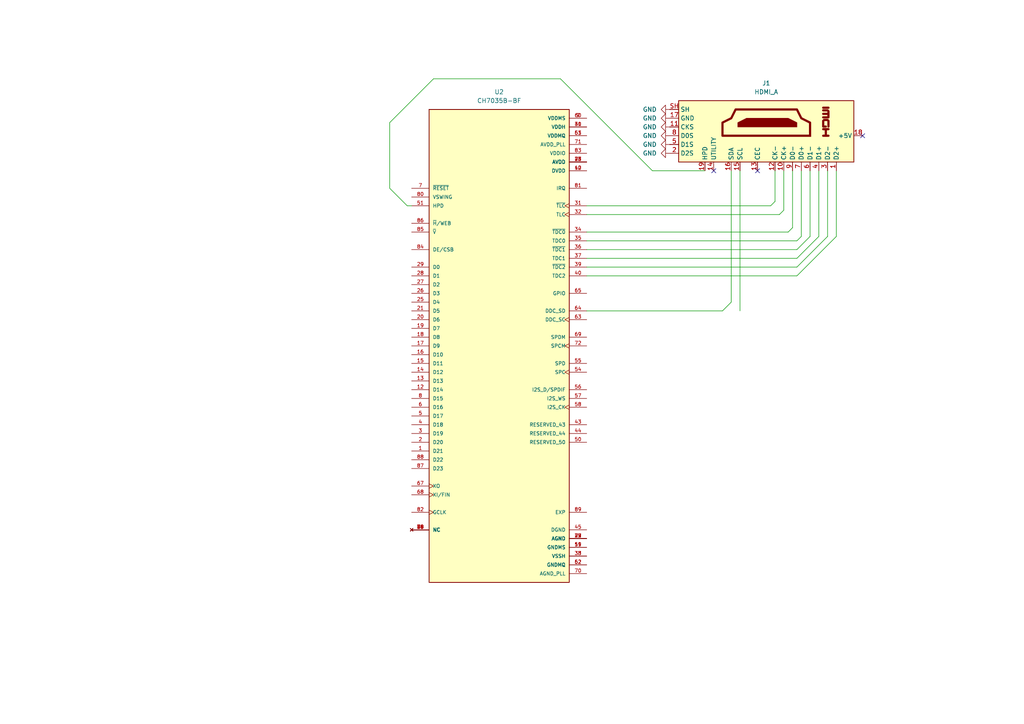
<source format=kicad_sch>
(kicad_sch
	(version 20250114)
	(generator "eeschema")
	(generator_version "9.0")
	(uuid "e33570af-c5da-4ddf-b170-06777f3fafa4")
	(paper "A4")
	(lib_symbols
		(symbol "CH7035B-BF:CH7035B-BF"
			(pin_names
				(offset 1.016)
			)
			(exclude_from_sim no)
			(in_bom yes)
			(on_board yes)
			(property "Reference" "U"
				(at -20.32 69.215 0)
				(effects
					(font
						(size 1.27 1.27)
					)
					(justify left bottom)
				)
			)
			(property "Value" "CH7035B-BF"
				(at -20.32 -71.12 0)
				(effects
					(font
						(size 1.27 1.27)
					)
					(justify left bottom)
				)
			)
			(property "Footprint" "CH7035B-BF:QFN40P1000X1000X90-89N"
				(at 0 0 0)
				(effects
					(font
						(size 1.27 1.27)
					)
					(justify bottom)
					(hide yes)
				)
			)
			(property "Datasheet" ""
				(at 0 0 0)
				(effects
					(font
						(size 1.27 1.27)
					)
					(hide yes)
				)
			)
			(property "Description" ""
				(at 0 0 0)
				(effects
					(font
						(size 1.27 1.27)
					)
					(hide yes)
				)
			)
			(property "MF" "Chrontel,Inc"
				(at 0 0 0)
				(effects
					(font
						(size 1.27 1.27)
					)
					(justify bottom)
					(hide yes)
				)
			)
			(property "MAXIMUM_PACKAGE_HEIGHT" "0.90 mm"
				(at 0 0 0)
				(effects
					(font
						(size 1.27 1.27)
					)
					(justify bottom)
					(hide yes)
				)
			)
			(property "Package" "None"
				(at 0 0 0)
				(effects
					(font
						(size 1.27 1.27)
					)
					(justify bottom)
					(hide yes)
				)
			)
			(property "Price" "None"
				(at 0 0 0)
				(effects
					(font
						(size 1.27 1.27)
					)
					(justify bottom)
					(hide yes)
				)
			)
			(property "Check_prices" "https://www.snapeda.com/parts/CH7035B-BF/Chrontel/view-part/?ref=eda"
				(at 0 0 0)
				(effects
					(font
						(size 1.27 1.27)
					)
					(justify bottom)
					(hide yes)
				)
			)
			(property "STANDARD" "IPC-7351B"
				(at 0 0 0)
				(effects
					(font
						(size 1.27 1.27)
					)
					(justify bottom)
					(hide yes)
				)
			)
			(property "PARTREV" "1.2"
				(at 0 0 0)
				(effects
					(font
						(size 1.27 1.27)
					)
					(justify bottom)
					(hide yes)
				)
			)
			(property "SnapEDA_Link" "https://www.snapeda.com/parts/CH7035B-BF/Chrontel/view-part/?ref=snap"
				(at 0 0 0)
				(effects
					(font
						(size 1.27 1.27)
					)
					(justify bottom)
					(hide yes)
				)
			)
			(property "MP" "CH7035B-BF"
				(at 0 0 0)
				(effects
					(font
						(size 1.27 1.27)
					)
					(justify bottom)
					(hide yes)
				)
			)
			(property "Description_1" "CH7035B DVI Transmitter"
				(at 0 0 0)
				(effects
					(font
						(size 1.27 1.27)
					)
					(justify bottom)
					(hide yes)
				)
			)
			(property "Availability" "In Stock"
				(at 0 0 0)
				(effects
					(font
						(size 1.27 1.27)
					)
					(justify bottom)
					(hide yes)
				)
			)
			(property "MANUFACTURER" "Chrontel"
				(at 0 0 0)
				(effects
					(font
						(size 1.27 1.27)
					)
					(justify bottom)
					(hide yes)
				)
			)
			(symbol "CH7035B-BF_0_0"
				(rectangle
					(start -20.32 -68.58)
					(end 20.32 68.58)
					(stroke
						(width 0.254)
						(type default)
					)
					(fill
						(type background)
					)
				)
				(pin input line
					(at -25.4 45.72 0)
					(length 5.08)
					(name "~{RESET}"
						(effects
							(font
								(size 1.016 1.016)
							)
						)
					)
					(number "7"
						(effects
							(font
								(size 1.016 1.016)
							)
						)
					)
				)
				(pin input line
					(at -25.4 43.18 0)
					(length 5.08)
					(name "VSWING"
						(effects
							(font
								(size 1.016 1.016)
							)
						)
					)
					(number "80"
						(effects
							(font
								(size 1.016 1.016)
							)
						)
					)
				)
				(pin input line
					(at -25.4 40.64 0)
					(length 5.08)
					(name "HPD"
						(effects
							(font
								(size 1.016 1.016)
							)
						)
					)
					(number "51"
						(effects
							(font
								(size 1.016 1.016)
							)
						)
					)
				)
				(pin bidirectional line
					(at -25.4 35.56 0)
					(length 5.08)
					(name "~{H}/WEB"
						(effects
							(font
								(size 1.016 1.016)
							)
						)
					)
					(number "86"
						(effects
							(font
								(size 1.016 1.016)
							)
						)
					)
				)
				(pin bidirectional line
					(at -25.4 33.02 0)
					(length 5.08)
					(name "~{V}"
						(effects
							(font
								(size 1.016 1.016)
							)
						)
					)
					(number "85"
						(effects
							(font
								(size 1.016 1.016)
							)
						)
					)
				)
				(pin input line
					(at -25.4 27.94 0)
					(length 5.08)
					(name "DE/CSB"
						(effects
							(font
								(size 1.016 1.016)
							)
						)
					)
					(number "84"
						(effects
							(font
								(size 1.016 1.016)
							)
						)
					)
				)
				(pin input line
					(at -25.4 22.86 0)
					(length 5.08)
					(name "D0"
						(effects
							(font
								(size 1.016 1.016)
							)
						)
					)
					(number "29"
						(effects
							(font
								(size 1.016 1.016)
							)
						)
					)
				)
				(pin input line
					(at -25.4 20.32 0)
					(length 5.08)
					(name "D1"
						(effects
							(font
								(size 1.016 1.016)
							)
						)
					)
					(number "28"
						(effects
							(font
								(size 1.016 1.016)
							)
						)
					)
				)
				(pin input line
					(at -25.4 17.78 0)
					(length 5.08)
					(name "D2"
						(effects
							(font
								(size 1.016 1.016)
							)
						)
					)
					(number "27"
						(effects
							(font
								(size 1.016 1.016)
							)
						)
					)
				)
				(pin input line
					(at -25.4 15.24 0)
					(length 5.08)
					(name "D3"
						(effects
							(font
								(size 1.016 1.016)
							)
						)
					)
					(number "26"
						(effects
							(font
								(size 1.016 1.016)
							)
						)
					)
				)
				(pin input line
					(at -25.4 12.7 0)
					(length 5.08)
					(name "D4"
						(effects
							(font
								(size 1.016 1.016)
							)
						)
					)
					(number "25"
						(effects
							(font
								(size 1.016 1.016)
							)
						)
					)
				)
				(pin input line
					(at -25.4 10.16 0)
					(length 5.08)
					(name "D5"
						(effects
							(font
								(size 1.016 1.016)
							)
						)
					)
					(number "21"
						(effects
							(font
								(size 1.016 1.016)
							)
						)
					)
				)
				(pin input line
					(at -25.4 7.62 0)
					(length 5.08)
					(name "D6"
						(effects
							(font
								(size 1.016 1.016)
							)
						)
					)
					(number "20"
						(effects
							(font
								(size 1.016 1.016)
							)
						)
					)
				)
				(pin input line
					(at -25.4 5.08 0)
					(length 5.08)
					(name "D7"
						(effects
							(font
								(size 1.016 1.016)
							)
						)
					)
					(number "19"
						(effects
							(font
								(size 1.016 1.016)
							)
						)
					)
				)
				(pin input line
					(at -25.4 2.54 0)
					(length 5.08)
					(name "D8"
						(effects
							(font
								(size 1.016 1.016)
							)
						)
					)
					(number "18"
						(effects
							(font
								(size 1.016 1.016)
							)
						)
					)
				)
				(pin input line
					(at -25.4 0 0)
					(length 5.08)
					(name "D9"
						(effects
							(font
								(size 1.016 1.016)
							)
						)
					)
					(number "17"
						(effects
							(font
								(size 1.016 1.016)
							)
						)
					)
				)
				(pin input line
					(at -25.4 -2.54 0)
					(length 5.08)
					(name "D10"
						(effects
							(font
								(size 1.016 1.016)
							)
						)
					)
					(number "16"
						(effects
							(font
								(size 1.016 1.016)
							)
						)
					)
				)
				(pin input line
					(at -25.4 -5.08 0)
					(length 5.08)
					(name "D11"
						(effects
							(font
								(size 1.016 1.016)
							)
						)
					)
					(number "15"
						(effects
							(font
								(size 1.016 1.016)
							)
						)
					)
				)
				(pin input line
					(at -25.4 -7.62 0)
					(length 5.08)
					(name "D12"
						(effects
							(font
								(size 1.016 1.016)
							)
						)
					)
					(number "14"
						(effects
							(font
								(size 1.016 1.016)
							)
						)
					)
				)
				(pin input line
					(at -25.4 -10.16 0)
					(length 5.08)
					(name "D13"
						(effects
							(font
								(size 1.016 1.016)
							)
						)
					)
					(number "13"
						(effects
							(font
								(size 1.016 1.016)
							)
						)
					)
				)
				(pin input line
					(at -25.4 -12.7 0)
					(length 5.08)
					(name "D14"
						(effects
							(font
								(size 1.016 1.016)
							)
						)
					)
					(number "12"
						(effects
							(font
								(size 1.016 1.016)
							)
						)
					)
				)
				(pin input line
					(at -25.4 -15.24 0)
					(length 5.08)
					(name "D15"
						(effects
							(font
								(size 1.016 1.016)
							)
						)
					)
					(number "8"
						(effects
							(font
								(size 1.016 1.016)
							)
						)
					)
				)
				(pin input line
					(at -25.4 -17.78 0)
					(length 5.08)
					(name "D16"
						(effects
							(font
								(size 1.016 1.016)
							)
						)
					)
					(number "6"
						(effects
							(font
								(size 1.016 1.016)
							)
						)
					)
				)
				(pin input line
					(at -25.4 -20.32 0)
					(length 5.08)
					(name "D17"
						(effects
							(font
								(size 1.016 1.016)
							)
						)
					)
					(number "5"
						(effects
							(font
								(size 1.016 1.016)
							)
						)
					)
				)
				(pin input line
					(at -25.4 -22.86 0)
					(length 5.08)
					(name "D18"
						(effects
							(font
								(size 1.016 1.016)
							)
						)
					)
					(number "4"
						(effects
							(font
								(size 1.016 1.016)
							)
						)
					)
				)
				(pin input line
					(at -25.4 -25.4 0)
					(length 5.08)
					(name "D19"
						(effects
							(font
								(size 1.016 1.016)
							)
						)
					)
					(number "3"
						(effects
							(font
								(size 1.016 1.016)
							)
						)
					)
				)
				(pin input line
					(at -25.4 -27.94 0)
					(length 5.08)
					(name "D20"
						(effects
							(font
								(size 1.016 1.016)
							)
						)
					)
					(number "2"
						(effects
							(font
								(size 1.016 1.016)
							)
						)
					)
				)
				(pin input line
					(at -25.4 -30.48 0)
					(length 5.08)
					(name "D21"
						(effects
							(font
								(size 1.016 1.016)
							)
						)
					)
					(number "1"
						(effects
							(font
								(size 1.016 1.016)
							)
						)
					)
				)
				(pin input line
					(at -25.4 -33.02 0)
					(length 5.08)
					(name "D22"
						(effects
							(font
								(size 1.016 1.016)
							)
						)
					)
					(number "88"
						(effects
							(font
								(size 1.016 1.016)
							)
						)
					)
				)
				(pin input line
					(at -25.4 -35.56 0)
					(length 5.08)
					(name "D23"
						(effects
							(font
								(size 1.016 1.016)
							)
						)
					)
					(number "87"
						(effects
							(font
								(size 1.016 1.016)
							)
						)
					)
				)
				(pin output clock
					(at -25.4 -40.64 0)
					(length 5.08)
					(name "XO"
						(effects
							(font
								(size 1.016 1.016)
							)
						)
					)
					(number "67"
						(effects
							(font
								(size 1.016 1.016)
							)
						)
					)
				)
				(pin input clock
					(at -25.4 -43.18 0)
					(length 5.08)
					(name "XI/FIN"
						(effects
							(font
								(size 1.016 1.016)
							)
						)
					)
					(number "68"
						(effects
							(font
								(size 1.016 1.016)
							)
						)
					)
				)
				(pin input clock
					(at -25.4 -48.26 0)
					(length 5.08)
					(name "GCLK"
						(effects
							(font
								(size 1.016 1.016)
							)
						)
					)
					(number "82"
						(effects
							(font
								(size 1.016 1.016)
							)
						)
					)
				)
				(pin no_connect line
					(at -25.4 -53.34 0)
					(length 5.08)
					(name "NC"
						(effects
							(font
								(size 1.016 1.016)
							)
						)
					)
					(number "24"
						(effects
							(font
								(size 1.016 1.016)
							)
						)
					)
				)
				(pin no_connect line
					(at -25.4 -53.34 0)
					(length 5.08)
					(name "NC"
						(effects
							(font
								(size 1.016 1.016)
							)
						)
					)
					(number "48"
						(effects
							(font
								(size 1.016 1.016)
							)
						)
					)
				)
				(pin no_connect line
					(at -25.4 -53.34 0)
					(length 5.08)
					(name "NC"
						(effects
							(font
								(size 1.016 1.016)
							)
						)
					)
					(number "49"
						(effects
							(font
								(size 1.016 1.016)
							)
						)
					)
				)
				(pin no_connect line
					(at -25.4 -53.34 0)
					(length 5.08)
					(name "NC"
						(effects
							(font
								(size 1.016 1.016)
							)
						)
					)
					(number "66"
						(effects
							(font
								(size 1.016 1.016)
							)
						)
					)
				)
				(pin no_connect line
					(at -25.4 -53.34 0)
					(length 5.08)
					(name "NC"
						(effects
							(font
								(size 1.016 1.016)
							)
						)
					)
					(number "74"
						(effects
							(font
								(size 1.016 1.016)
							)
						)
					)
				)
				(pin no_connect line
					(at -25.4 -53.34 0)
					(length 5.08)
					(name "NC"
						(effects
							(font
								(size 1.016 1.016)
							)
						)
					)
					(number "76"
						(effects
							(font
								(size 1.016 1.016)
							)
						)
					)
				)
				(pin no_connect line
					(at -25.4 -53.34 0)
					(length 5.08)
					(name "NC"
						(effects
							(font
								(size 1.016 1.016)
							)
						)
					)
					(number "78"
						(effects
							(font
								(size 1.016 1.016)
							)
						)
					)
				)
				(pin power_in line
					(at 25.4 66.04 180)
					(length 5.08)
					(name "VDDMS"
						(effects
							(font
								(size 1.016 1.016)
							)
						)
					)
					(number "60"
						(effects
							(font
								(size 1.016 1.016)
							)
						)
					)
				)
				(pin power_in line
					(at 25.4 66.04 180)
					(length 5.08)
					(name "VDDMS"
						(effects
							(font
								(size 1.016 1.016)
							)
						)
					)
					(number "9"
						(effects
							(font
								(size 1.016 1.016)
							)
						)
					)
				)
				(pin power_in line
					(at 25.4 63.5 180)
					(length 5.08)
					(name "VDDH"
						(effects
							(font
								(size 1.016 1.016)
							)
						)
					)
					(number "30"
						(effects
							(font
								(size 1.016 1.016)
							)
						)
					)
				)
				(pin power_in line
					(at 25.4 63.5 180)
					(length 5.08)
					(name "VDDH"
						(effects
							(font
								(size 1.016 1.016)
							)
						)
					)
					(number "41"
						(effects
							(font
								(size 1.016 1.016)
							)
						)
					)
				)
				(pin power_in line
					(at 25.4 60.96 180)
					(length 5.08)
					(name "VDDMQ"
						(effects
							(font
								(size 1.016 1.016)
							)
						)
					)
					(number "53"
						(effects
							(font
								(size 1.016 1.016)
							)
						)
					)
				)
				(pin power_in line
					(at 25.4 60.96 180)
					(length 5.08)
					(name "VDDMQ"
						(effects
							(font
								(size 1.016 1.016)
							)
						)
					)
					(number "61"
						(effects
							(font
								(size 1.016 1.016)
							)
						)
					)
				)
				(pin power_in line
					(at 25.4 58.42 180)
					(length 5.08)
					(name "AVDD_PLL"
						(effects
							(font
								(size 1.016 1.016)
							)
						)
					)
					(number "71"
						(effects
							(font
								(size 1.016 1.016)
							)
						)
					)
				)
				(pin power_in line
					(at 25.4 55.88 180)
					(length 5.08)
					(name "VDDIO"
						(effects
							(font
								(size 1.016 1.016)
							)
						)
					)
					(number "83"
						(effects
							(font
								(size 1.016 1.016)
							)
						)
					)
				)
				(pin power_in line
					(at 25.4 53.34 180)
					(length 5.08)
					(name "AVDD"
						(effects
							(font
								(size 1.016 1.016)
							)
						)
					)
					(number "23"
						(effects
							(font
								(size 1.016 1.016)
							)
						)
					)
				)
				(pin power_in line
					(at 25.4 53.34 180)
					(length 5.08)
					(name "AVDD"
						(effects
							(font
								(size 1.016 1.016)
							)
						)
					)
					(number "46"
						(effects
							(font
								(size 1.016 1.016)
							)
						)
					)
				)
				(pin power_in line
					(at 25.4 53.34 180)
					(length 5.08)
					(name "AVDD"
						(effects
							(font
								(size 1.016 1.016)
							)
						)
					)
					(number "73"
						(effects
							(font
								(size 1.016 1.016)
							)
						)
					)
				)
				(pin power_in line
					(at 25.4 53.34 180)
					(length 5.08)
					(name "AVDD"
						(effects
							(font
								(size 1.016 1.016)
							)
						)
					)
					(number "77"
						(effects
							(font
								(size 1.016 1.016)
							)
						)
					)
				)
				(pin power_in line
					(at 25.4 50.8 180)
					(length 5.08)
					(name "DVDD"
						(effects
							(font
								(size 1.016 1.016)
							)
						)
					)
					(number "10"
						(effects
							(font
								(size 1.016 1.016)
							)
						)
					)
				)
				(pin power_in line
					(at 25.4 50.8 180)
					(length 5.08)
					(name "DVDD"
						(effects
							(font
								(size 1.016 1.016)
							)
						)
					)
					(number "42"
						(effects
							(font
								(size 1.016 1.016)
							)
						)
					)
				)
				(pin output line
					(at 25.4 45.72 180)
					(length 5.08)
					(name "IRQ"
						(effects
							(font
								(size 1.016 1.016)
							)
						)
					)
					(number "81"
						(effects
							(font
								(size 1.016 1.016)
							)
						)
					)
				)
				(pin output clock
					(at 25.4 40.64 180)
					(length 5.08)
					(name "~{TLC}"
						(effects
							(font
								(size 1.016 1.016)
							)
						)
					)
					(number "31"
						(effects
							(font
								(size 1.016 1.016)
							)
						)
					)
				)
				(pin output clock
					(at 25.4 38.1 180)
					(length 5.08)
					(name "TLC"
						(effects
							(font
								(size 1.016 1.016)
							)
						)
					)
					(number "32"
						(effects
							(font
								(size 1.016 1.016)
							)
						)
					)
				)
				(pin output line
					(at 25.4 33.02 180)
					(length 5.08)
					(name "~{TDC0}"
						(effects
							(font
								(size 1.016 1.016)
							)
						)
					)
					(number "34"
						(effects
							(font
								(size 1.016 1.016)
							)
						)
					)
				)
				(pin output line
					(at 25.4 30.48 180)
					(length 5.08)
					(name "TDC0"
						(effects
							(font
								(size 1.016 1.016)
							)
						)
					)
					(number "35"
						(effects
							(font
								(size 1.016 1.016)
							)
						)
					)
				)
				(pin output line
					(at 25.4 27.94 180)
					(length 5.08)
					(name "~{TDC1}"
						(effects
							(font
								(size 1.016 1.016)
							)
						)
					)
					(number "36"
						(effects
							(font
								(size 1.016 1.016)
							)
						)
					)
				)
				(pin output line
					(at 25.4 25.4 180)
					(length 5.08)
					(name "TDC1"
						(effects
							(font
								(size 1.016 1.016)
							)
						)
					)
					(number "37"
						(effects
							(font
								(size 1.016 1.016)
							)
						)
					)
				)
				(pin output line
					(at 25.4 22.86 180)
					(length 5.08)
					(name "~{TDC2}"
						(effects
							(font
								(size 1.016 1.016)
							)
						)
					)
					(number "39"
						(effects
							(font
								(size 1.016 1.016)
							)
						)
					)
				)
				(pin output line
					(at 25.4 20.32 180)
					(length 5.08)
					(name "TDC2"
						(effects
							(font
								(size 1.016 1.016)
							)
						)
					)
					(number "40"
						(effects
							(font
								(size 1.016 1.016)
							)
						)
					)
				)
				(pin bidirectional line
					(at 25.4 15.24 180)
					(length 5.08)
					(name "GPIO"
						(effects
							(font
								(size 1.016 1.016)
							)
						)
					)
					(number "65"
						(effects
							(font
								(size 1.016 1.016)
							)
						)
					)
				)
				(pin bidirectional line
					(at 25.4 10.16 180)
					(length 5.08)
					(name "DDC_SD"
						(effects
							(font
								(size 1.016 1.016)
							)
						)
					)
					(number "64"
						(effects
							(font
								(size 1.016 1.016)
							)
						)
					)
				)
				(pin output clock
					(at 25.4 7.62 180)
					(length 5.08)
					(name "DDC_SC"
						(effects
							(font
								(size 1.016 1.016)
							)
						)
					)
					(number "63"
						(effects
							(font
								(size 1.016 1.016)
							)
						)
					)
				)
				(pin bidirectional line
					(at 25.4 2.54 180)
					(length 5.08)
					(name "SPDM"
						(effects
							(font
								(size 1.016 1.016)
							)
						)
					)
					(number "69"
						(effects
							(font
								(size 1.016 1.016)
							)
						)
					)
				)
				(pin output clock
					(at 25.4 0 180)
					(length 5.08)
					(name "SPCM"
						(effects
							(font
								(size 1.016 1.016)
							)
						)
					)
					(number "72"
						(effects
							(font
								(size 1.016 1.016)
							)
						)
					)
				)
				(pin bidirectional line
					(at 25.4 -5.08 180)
					(length 5.08)
					(name "SPD"
						(effects
							(font
								(size 1.016 1.016)
							)
						)
					)
					(number "55"
						(effects
							(font
								(size 1.016 1.016)
							)
						)
					)
				)
				(pin input clock
					(at 25.4 -7.62 180)
					(length 5.08)
					(name "SPC"
						(effects
							(font
								(size 1.016 1.016)
							)
						)
					)
					(number "54"
						(effects
							(font
								(size 1.016 1.016)
							)
						)
					)
				)
				(pin input line
					(at 25.4 -12.7 180)
					(length 5.08)
					(name "I2S_D/SPDIF"
						(effects
							(font
								(size 1.016 1.016)
							)
						)
					)
					(number "56"
						(effects
							(font
								(size 1.016 1.016)
							)
						)
					)
				)
				(pin input line
					(at 25.4 -15.24 180)
					(length 5.08)
					(name "I2S_WS"
						(effects
							(font
								(size 1.016 1.016)
							)
						)
					)
					(number "57"
						(effects
							(font
								(size 1.016 1.016)
							)
						)
					)
				)
				(pin input clock
					(at 25.4 -17.78 180)
					(length 5.08)
					(name "I2S_CK"
						(effects
							(font
								(size 1.016 1.016)
							)
						)
					)
					(number "58"
						(effects
							(font
								(size 1.016 1.016)
							)
						)
					)
				)
				(pin passive line
					(at 25.4 -22.86 180)
					(length 5.08)
					(name "RESERVED_43"
						(effects
							(font
								(size 1.016 1.016)
							)
						)
					)
					(number "43"
						(effects
							(font
								(size 1.016 1.016)
							)
						)
					)
				)
				(pin passive line
					(at 25.4 -25.4 180)
					(length 5.08)
					(name "RESERVED_44"
						(effects
							(font
								(size 1.016 1.016)
							)
						)
					)
					(number "44"
						(effects
							(font
								(size 1.016 1.016)
							)
						)
					)
				)
				(pin passive line
					(at 25.4 -27.94 180)
					(length 5.08)
					(name "RESERVED_50"
						(effects
							(font
								(size 1.016 1.016)
							)
						)
					)
					(number "50"
						(effects
							(font
								(size 1.016 1.016)
							)
						)
					)
				)
				(pin passive line
					(at 25.4 -48.26 180)
					(length 5.08)
					(name "EXP"
						(effects
							(font
								(size 1.016 1.016)
							)
						)
					)
					(number "89"
						(effects
							(font
								(size 1.016 1.016)
							)
						)
					)
				)
				(pin power_in line
					(at 25.4 -53.34 180)
					(length 5.08)
					(name "DGND"
						(effects
							(font
								(size 1.016 1.016)
							)
						)
					)
					(number "45"
						(effects
							(font
								(size 1.016 1.016)
							)
						)
					)
				)
				(pin power_in line
					(at 25.4 -55.88 180)
					(length 5.08)
					(name "AGND"
						(effects
							(font
								(size 1.016 1.016)
							)
						)
					)
					(number "22"
						(effects
							(font
								(size 1.016 1.016)
							)
						)
					)
				)
				(pin power_in line
					(at 25.4 -55.88 180)
					(length 5.08)
					(name "AGND"
						(effects
							(font
								(size 1.016 1.016)
							)
						)
					)
					(number "47"
						(effects
							(font
								(size 1.016 1.016)
							)
						)
					)
				)
				(pin power_in line
					(at 25.4 -55.88 180)
					(length 5.08)
					(name "AGND"
						(effects
							(font
								(size 1.016 1.016)
							)
						)
					)
					(number "75"
						(effects
							(font
								(size 1.016 1.016)
							)
						)
					)
				)
				(pin power_in line
					(at 25.4 -55.88 180)
					(length 5.08)
					(name "AGND"
						(effects
							(font
								(size 1.016 1.016)
							)
						)
					)
					(number "79"
						(effects
							(font
								(size 1.016 1.016)
							)
						)
					)
				)
				(pin power_in line
					(at 25.4 -58.42 180)
					(length 5.08)
					(name "GNDMS"
						(effects
							(font
								(size 1.016 1.016)
							)
						)
					)
					(number "11"
						(effects
							(font
								(size 1.016 1.016)
							)
						)
					)
				)
				(pin power_in line
					(at 25.4 -58.42 180)
					(length 5.08)
					(name "GNDMS"
						(effects
							(font
								(size 1.016 1.016)
							)
						)
					)
					(number "59"
						(effects
							(font
								(size 1.016 1.016)
							)
						)
					)
				)
				(pin power_in line
					(at 25.4 -60.96 180)
					(length 5.08)
					(name "VSSH"
						(effects
							(font
								(size 1.016 1.016)
							)
						)
					)
					(number "33"
						(effects
							(font
								(size 1.016 1.016)
							)
						)
					)
				)
				(pin power_in line
					(at 25.4 -60.96 180)
					(length 5.08)
					(name "VSSH"
						(effects
							(font
								(size 1.016 1.016)
							)
						)
					)
					(number "38"
						(effects
							(font
								(size 1.016 1.016)
							)
						)
					)
				)
				(pin power_in line
					(at 25.4 -63.5 180)
					(length 5.08)
					(name "GNDMQ"
						(effects
							(font
								(size 1.016 1.016)
							)
						)
					)
					(number "52"
						(effects
							(font
								(size 1.016 1.016)
							)
						)
					)
				)
				(pin power_in line
					(at 25.4 -63.5 180)
					(length 5.08)
					(name "GNDMQ"
						(effects
							(font
								(size 1.016 1.016)
							)
						)
					)
					(number "62"
						(effects
							(font
								(size 1.016 1.016)
							)
						)
					)
				)
				(pin power_in line
					(at 25.4 -66.04 180)
					(length 5.08)
					(name "AGND_PLL"
						(effects
							(font
								(size 1.016 1.016)
							)
						)
					)
					(number "70"
						(effects
							(font
								(size 1.016 1.016)
							)
						)
					)
				)
			)
			(embedded_fonts no)
		)
		(symbol "Connector:HDMI_A"
			(exclude_from_sim no)
			(in_bom yes)
			(on_board yes)
			(property "Reference" "J"
				(at -6.35 26.67 0)
				(effects
					(font
						(size 1.27 1.27)
					)
				)
			)
			(property "Value" "HDMI_A"
				(at 10.16 26.67 0)
				(effects
					(font
						(size 1.27 1.27)
					)
				)
			)
			(property "Footprint" ""
				(at 0.635 0 0)
				(effects
					(font
						(size 1.27 1.27)
					)
					(hide yes)
				)
			)
			(property "Datasheet" "https://en.wikipedia.org/wiki/HDMI"
				(at 0.635 0 0)
				(effects
					(font
						(size 1.27 1.27)
					)
					(hide yes)
				)
			)
			(property "Description" "HDMI type A connector"
				(at 0 0 0)
				(effects
					(font
						(size 1.27 1.27)
					)
					(hide yes)
				)
			)
			(property "ki_keywords" "hdmi conn"
				(at 0 0 0)
				(effects
					(font
						(size 1.27 1.27)
					)
					(hide yes)
				)
			)
			(property "ki_fp_filters" "HDMI*A*"
				(at 0 0 0)
				(effects
					(font
						(size 1.27 1.27)
					)
					(hide yes)
				)
			)
			(symbol "HDMI_A_0_0"
				(polyline
					(pts
						(xy 0 16.51) (xy 0 18.034) (xy 0 17.272) (xy 1.905 17.272) (xy 1.905 18.034) (xy 1.905 16.51)
					)
					(stroke
						(width 0.635)
						(type default)
					)
					(fill
						(type none)
					)
				)
				(polyline
					(pts
						(xy 2.667 18.034) (xy 4.318 18.034) (xy 4.572 17.78) (xy 4.572 16.764) (xy 4.318 16.51) (xy 2.667 16.51)
						(xy 2.667 17.272)
					)
					(stroke
						(width 0.635)
						(type default)
					)
					(fill
						(type none)
					)
				)
				(polyline
					(pts
						(xy 8.128 16.51) (xy 8.128 18.034)
					)
					(stroke
						(width 0.635)
						(type default)
					)
					(fill
						(type none)
					)
				)
			)
			(symbol "HDMI_A_0_1"
				(rectangle
					(start -7.62 25.4)
					(end 10.16 -25.4)
					(stroke
						(width 0.254)
						(type default)
					)
					(fill
						(type background)
					)
				)
				(polyline
					(pts
						(xy 0 12.7) (xy 0 -12.7) (xy 3.81 -12.7) (xy 5.08 -10.16) (xy 7.62 -8.89) (xy 7.62 8.89) (xy 5.08 10.16)
						(xy 3.81 12.7) (xy 0 12.7)
					)
					(stroke
						(width 0.635)
						(type default)
					)
					(fill
						(type none)
					)
				)
				(polyline
					(pts
						(xy 2.54 8.89) (xy 3.81 8.89) (xy 5.08 6.35) (xy 5.08 -5.715) (xy 3.81 -8.255) (xy 2.54 -8.255)
						(xy 2.54 8.89)
					)
					(stroke
						(width 0)
						(type default)
					)
					(fill
						(type outline)
					)
				)
				(polyline
					(pts
						(xy 5.334 16.51) (xy 5.334 18.034) (xy 6.35 18.034) (xy 6.35 16.51) (xy 6.35 18.034) (xy 7.112 18.034)
						(xy 7.366 17.78) (xy 7.366 16.51)
					)
					(stroke
						(width 0.635)
						(type default)
					)
					(fill
						(type none)
					)
				)
			)
			(symbol "HDMI_A_1_1"
				(pin passive line
					(at -10.16 20.32 0)
					(length 2.54)
					(name "D2+"
						(effects
							(font
								(size 1.27 1.27)
							)
						)
					)
					(number "1"
						(effects
							(font
								(size 1.27 1.27)
							)
						)
					)
				)
				(pin passive line
					(at -10.16 17.78 0)
					(length 2.54)
					(name "D2-"
						(effects
							(font
								(size 1.27 1.27)
							)
						)
					)
					(number "3"
						(effects
							(font
								(size 1.27 1.27)
							)
						)
					)
				)
				(pin passive line
					(at -10.16 15.24 0)
					(length 2.54)
					(name "D1+"
						(effects
							(font
								(size 1.27 1.27)
							)
						)
					)
					(number "4"
						(effects
							(font
								(size 1.27 1.27)
							)
						)
					)
				)
				(pin passive line
					(at -10.16 12.7 0)
					(length 2.54)
					(name "D1-"
						(effects
							(font
								(size 1.27 1.27)
							)
						)
					)
					(number "6"
						(effects
							(font
								(size 1.27 1.27)
							)
						)
					)
				)
				(pin passive line
					(at -10.16 10.16 0)
					(length 2.54)
					(name "D0+"
						(effects
							(font
								(size 1.27 1.27)
							)
						)
					)
					(number "7"
						(effects
							(font
								(size 1.27 1.27)
							)
						)
					)
				)
				(pin passive line
					(at -10.16 7.62 0)
					(length 2.54)
					(name "D0-"
						(effects
							(font
								(size 1.27 1.27)
							)
						)
					)
					(number "9"
						(effects
							(font
								(size 1.27 1.27)
							)
						)
					)
				)
				(pin passive line
					(at -10.16 5.08 0)
					(length 2.54)
					(name "CK+"
						(effects
							(font
								(size 1.27 1.27)
							)
						)
					)
					(number "10"
						(effects
							(font
								(size 1.27 1.27)
							)
						)
					)
				)
				(pin passive line
					(at -10.16 2.54 0)
					(length 2.54)
					(name "CK-"
						(effects
							(font
								(size 1.27 1.27)
							)
						)
					)
					(number "12"
						(effects
							(font
								(size 1.27 1.27)
							)
						)
					)
				)
				(pin bidirectional line
					(at -10.16 -2.54 0)
					(length 2.54)
					(name "CEC"
						(effects
							(font
								(size 1.27 1.27)
							)
						)
					)
					(number "13"
						(effects
							(font
								(size 1.27 1.27)
							)
						)
					)
				)
				(pin passive line
					(at -10.16 -7.62 0)
					(length 2.54)
					(name "SCL"
						(effects
							(font
								(size 1.27 1.27)
							)
						)
					)
					(number "15"
						(effects
							(font
								(size 1.27 1.27)
							)
						)
					)
				)
				(pin bidirectional line
					(at -10.16 -10.16 0)
					(length 2.54)
					(name "SDA"
						(effects
							(font
								(size 1.27 1.27)
							)
						)
					)
					(number "16"
						(effects
							(font
								(size 1.27 1.27)
							)
						)
					)
				)
				(pin passive line
					(at -10.16 -15.24 0)
					(length 2.54)
					(name "UTILITY"
						(effects
							(font
								(size 1.27 1.27)
							)
						)
					)
					(number "14"
						(effects
							(font
								(size 1.27 1.27)
							)
						)
					)
				)
				(pin passive line
					(at -10.16 -17.78 0)
					(length 2.54)
					(name "HPD"
						(effects
							(font
								(size 1.27 1.27)
							)
						)
					)
					(number "19"
						(effects
							(font
								(size 1.27 1.27)
							)
						)
					)
				)
				(pin power_in line
					(at -5.08 -27.94 90)
					(length 2.54)
					(name "D2S"
						(effects
							(font
								(size 1.27 1.27)
							)
						)
					)
					(number "2"
						(effects
							(font
								(size 1.27 1.27)
							)
						)
					)
				)
				(pin power_in line
					(at -2.54 -27.94 90)
					(length 2.54)
					(name "D1S"
						(effects
							(font
								(size 1.27 1.27)
							)
						)
					)
					(number "5"
						(effects
							(font
								(size 1.27 1.27)
							)
						)
					)
				)
				(pin power_in line
					(at 0 27.94 270)
					(length 2.54)
					(name "+5V"
						(effects
							(font
								(size 1.27 1.27)
							)
						)
					)
					(number "18"
						(effects
							(font
								(size 1.27 1.27)
							)
						)
					)
				)
				(pin power_in line
					(at 0 -27.94 90)
					(length 2.54)
					(name "D0S"
						(effects
							(font
								(size 1.27 1.27)
							)
						)
					)
					(number "8"
						(effects
							(font
								(size 1.27 1.27)
							)
						)
					)
				)
				(pin power_in line
					(at 2.54 -27.94 90)
					(length 2.54)
					(name "CKS"
						(effects
							(font
								(size 1.27 1.27)
							)
						)
					)
					(number "11"
						(effects
							(font
								(size 1.27 1.27)
							)
						)
					)
				)
				(pin power_in line
					(at 5.08 -27.94 90)
					(length 2.54)
					(name "GND"
						(effects
							(font
								(size 1.27 1.27)
							)
						)
					)
					(number "17"
						(effects
							(font
								(size 1.27 1.27)
							)
						)
					)
				)
				(pin passive line
					(at 7.62 -27.94 90)
					(length 2.54)
					(name "SH"
						(effects
							(font
								(size 1.27 1.27)
							)
						)
					)
					(number "SH"
						(effects
							(font
								(size 1.27 1.27)
							)
						)
					)
				)
			)
			(embedded_fonts no)
		)
		(symbol "power:GND"
			(power)
			(pin_numbers
				(hide yes)
			)
			(pin_names
				(offset 0)
				(hide yes)
			)
			(exclude_from_sim no)
			(in_bom yes)
			(on_board yes)
			(property "Reference" "#PWR"
				(at 0 -6.35 0)
				(effects
					(font
						(size 1.27 1.27)
					)
					(hide yes)
				)
			)
			(property "Value" "GND"
				(at 0 -3.81 0)
				(effects
					(font
						(size 1.27 1.27)
					)
				)
			)
			(property "Footprint" ""
				(at 0 0 0)
				(effects
					(font
						(size 1.27 1.27)
					)
					(hide yes)
				)
			)
			(property "Datasheet" ""
				(at 0 0 0)
				(effects
					(font
						(size 1.27 1.27)
					)
					(hide yes)
				)
			)
			(property "Description" "Power symbol creates a global label with name \"GND\" , ground"
				(at 0 0 0)
				(effects
					(font
						(size 1.27 1.27)
					)
					(hide yes)
				)
			)
			(property "ki_keywords" "global power"
				(at 0 0 0)
				(effects
					(font
						(size 1.27 1.27)
					)
					(hide yes)
				)
			)
			(symbol "GND_0_1"
				(polyline
					(pts
						(xy 0 0) (xy 0 -1.27) (xy 1.27 -1.27) (xy 0 -2.54) (xy -1.27 -1.27) (xy 0 -1.27)
					)
					(stroke
						(width 0)
						(type default)
					)
					(fill
						(type none)
					)
				)
			)
			(symbol "GND_1_1"
				(pin power_in line
					(at 0 0 270)
					(length 0)
					(name "~"
						(effects
							(font
								(size 1.27 1.27)
							)
						)
					)
					(number "1"
						(effects
							(font
								(size 1.27 1.27)
							)
						)
					)
				)
			)
			(embedded_fonts no)
		)
	)
	(no_connect
		(at 250.19 39.37)
		(uuid "4daa269b-88e3-4a99-8a9f-2c22bb461c0e")
	)
	(no_connect
		(at 219.71 49.53)
		(uuid "974ab85a-04f2-4f4c-81c8-4390cd04c048")
	)
	(no_connect
		(at 207.01 49.53)
		(uuid "b3e6dd7a-c159-47c8-858e-d4ebcf283fb0")
	)
	(wire
		(pts
			(xy 170.18 59.69) (xy 223.52 59.69)
		)
		(stroke
			(width 0)
			(type default)
		)
		(uuid "081da88e-c6c7-4451-8d0a-ef5cbc9ee6cf")
	)
	(wire
		(pts
			(xy 212.09 49.53) (xy 212.09 87.63)
		)
		(stroke
			(width 0)
			(type default)
		)
		(uuid "0b59c2a2-8c4e-4489-abd1-61da6f22a2dd")
	)
	(wire
		(pts
			(xy 227.33 60.96) (xy 226.06 62.23)
		)
		(stroke
			(width 0)
			(type default)
		)
		(uuid "23d05137-770c-4d7f-92cd-d6c9596ac9e4")
	)
	(wire
		(pts
			(xy 170.18 80.01) (xy 231.14 80.01)
		)
		(stroke
			(width 0)
			(type default)
		)
		(uuid "31c5d268-5af1-4113-a283-38a204ebdaa1")
	)
	(wire
		(pts
			(xy 242.57 49.53) (xy 242.57 68.58)
		)
		(stroke
			(width 0)
			(type default)
		)
		(uuid "31ecea91-84db-477d-a5cc-5842130f89df")
	)
	(wire
		(pts
			(xy 189.23 49.53) (xy 204.47 49.53)
		)
		(stroke
			(width 0)
			(type default)
		)
		(uuid "389796a3-a428-4cb2-a403-749e5baf5a6f")
	)
	(wire
		(pts
			(xy 170.18 77.47) (xy 231.14 77.47)
		)
		(stroke
			(width 0)
			(type default)
		)
		(uuid "39905b38-5a8f-4102-ae7c-f345f2654dbb")
	)
	(wire
		(pts
			(xy 170.18 72.39) (xy 231.14 72.39)
		)
		(stroke
			(width 0)
			(type default)
		)
		(uuid "3f8d4db5-2d1d-49fb-a242-36585603cc03")
	)
	(wire
		(pts
			(xy 170.18 90.17) (xy 209.55 90.17)
		)
		(stroke
			(width 0)
			(type default)
		)
		(uuid "406530aa-c1c0-4236-a895-1d708257f8c5")
	)
	(wire
		(pts
			(xy 232.41 68.58) (xy 231.14 69.85)
		)
		(stroke
			(width 0)
			(type default)
		)
		(uuid "575ed3ad-2310-40db-9837-04e57e1e612d")
	)
	(wire
		(pts
			(xy 170.18 69.85) (xy 231.14 69.85)
		)
		(stroke
			(width 0)
			(type default)
		)
		(uuid "5c358474-6be3-496e-83d2-82d8bd08c087")
	)
	(wire
		(pts
			(xy 232.41 49.53) (xy 232.41 68.58)
		)
		(stroke
			(width 0)
			(type default)
		)
		(uuid "5c917a75-9179-4ba0-9ca8-2667945d4bd5")
	)
	(wire
		(pts
			(xy 229.87 66.04) (xy 228.6 67.31)
		)
		(stroke
			(width 0)
			(type default)
		)
		(uuid "6360aa14-0541-4ce7-933f-493074a6a497")
	)
	(wire
		(pts
			(xy 113.03 35.56) (xy 125.73 22.86)
		)
		(stroke
			(width 0)
			(type default)
		)
		(uuid "6e46300b-b97d-4765-8a97-bf2161ae8af1")
	)
	(wire
		(pts
			(xy 125.73 22.86) (xy 162.56 22.86)
		)
		(stroke
			(width 0)
			(type default)
		)
		(uuid "6e6826f1-56b4-4545-ab6e-8157c24ff27e")
	)
	(wire
		(pts
			(xy 170.18 62.23) (xy 226.06 62.23)
		)
		(stroke
			(width 0)
			(type default)
		)
		(uuid "71fb1c7a-3a71-4793-b0f3-62b6928e4cbd")
	)
	(wire
		(pts
			(xy 240.03 68.58) (xy 231.14 77.47)
		)
		(stroke
			(width 0)
			(type default)
		)
		(uuid "7b4dc72f-253d-42d1-8764-6fbc7fd00bf2")
	)
	(wire
		(pts
			(xy 237.49 68.58) (xy 231.14 74.93)
		)
		(stroke
			(width 0)
			(type default)
		)
		(uuid "7b9250ad-a6c4-4bda-8363-6d3286eea028")
	)
	(wire
		(pts
			(xy 170.18 74.93) (xy 231.14 74.93)
		)
		(stroke
			(width 0)
			(type default)
		)
		(uuid "800ab273-6b46-490d-8037-28c3971dc7c2")
	)
	(wire
		(pts
			(xy 162.56 22.86) (xy 189.23 49.53)
		)
		(stroke
			(width 0)
			(type default)
		)
		(uuid "878dc35e-3a4a-438f-86b9-4673c0ef91bb")
	)
	(wire
		(pts
			(xy 113.03 54.61) (xy 113.03 35.56)
		)
		(stroke
			(width 0)
			(type default)
		)
		(uuid "8e9be78d-cd5d-4dad-85eb-49b4115da911")
	)
	(wire
		(pts
			(xy 242.57 68.58) (xy 231.14 80.01)
		)
		(stroke
			(width 0)
			(type default)
		)
		(uuid "8f7d1607-ded7-4576-8bbd-692f73afe31f")
	)
	(wire
		(pts
			(xy 234.95 49.53) (xy 234.95 68.58)
		)
		(stroke
			(width 0)
			(type default)
		)
		(uuid "905b5ea0-23e1-4efb-aaf9-a69b0944b0e0")
	)
	(wire
		(pts
			(xy 237.49 49.53) (xy 237.49 68.58)
		)
		(stroke
			(width 0)
			(type default)
		)
		(uuid "9529f0b6-b8fa-4f07-9ed0-883f5c6d5658")
	)
	(wire
		(pts
			(xy 234.95 68.58) (xy 231.14 72.39)
		)
		(stroke
			(width 0)
			(type default)
		)
		(uuid "a79ac166-af9c-4c05-bd92-446133cc3125")
	)
	(wire
		(pts
			(xy 170.18 67.31) (xy 228.6 67.31)
		)
		(stroke
			(width 0)
			(type default)
		)
		(uuid "aa80c4ee-9307-4e51-ba6f-09815402e28b")
	)
	(wire
		(pts
			(xy 214.63 49.53) (xy 214.63 90.17)
		)
		(stroke
			(width 0)
			(type default)
		)
		(uuid "ad9db315-2d1a-4fb4-901f-a226aa9b074b")
	)
	(wire
		(pts
			(xy 227.33 49.53) (xy 227.33 60.96)
		)
		(stroke
			(width 0)
			(type default)
		)
		(uuid "af48656f-923d-4ee5-84b8-d8c73f234ddd")
	)
	(wire
		(pts
			(xy 240.03 49.53) (xy 240.03 68.58)
		)
		(stroke
			(width 0)
			(type default)
		)
		(uuid "b5188b54-edce-4023-91de-e804d16a1e7c")
	)
	(wire
		(pts
			(xy 224.79 58.42) (xy 223.52 59.69)
		)
		(stroke
			(width 0)
			(type default)
		)
		(uuid "c3cc0169-579e-4ac3-b06a-f6df057a331a")
	)
	(wire
		(pts
			(xy 118.11 59.69) (xy 113.03 54.61)
		)
		(stroke
			(width 0)
			(type default)
		)
		(uuid "c4969e56-0840-42b3-ba1f-8a65cdc2695a")
	)
	(wire
		(pts
			(xy 212.09 87.63) (xy 209.55 90.17)
		)
		(stroke
			(width 0)
			(type default)
		)
		(uuid "ddfc4508-8cf8-4ac3-9882-2c7710c9c7f5")
	)
	(wire
		(pts
			(xy 229.87 49.53) (xy 229.87 66.04)
		)
		(stroke
			(width 0)
			(type default)
		)
		(uuid "e4d3d963-da7f-47af-bc23-47ec9b2d2d0a")
	)
	(wire
		(pts
			(xy 224.79 49.53) (xy 224.79 58.42)
		)
		(stroke
			(width 0)
			(type default)
		)
		(uuid "edd8abe9-8a88-4e0e-b2ff-c1d80b9a7f71")
	)
	(wire
		(pts
			(xy 119.38 59.69) (xy 118.11 59.69)
		)
		(stroke
			(width 0)
			(type default)
		)
		(uuid "fcd7606a-e1f0-45bd-942a-b34b0891a42e")
	)
	(symbol
		(lib_id "power:GND")
		(at 194.31 31.75 270)
		(unit 1)
		(exclude_from_sim no)
		(in_bom yes)
		(on_board yes)
		(dnp no)
		(fields_autoplaced yes)
		(uuid "71ab534e-5f52-472a-b99c-bdcbbbe127b0")
		(property "Reference" "#PWR05"
			(at 187.96 31.75 0)
			(effects
				(font
					(size 1.27 1.27)
				)
				(hide yes)
			)
		)
		(property "Value" "GND"
			(at 190.5 31.7499 90)
			(effects
				(font
					(size 1.27 1.27)
				)
				(justify right)
			)
		)
		(property "Footprint" ""
			(at 194.31 31.75 0)
			(effects
				(font
					(size 1.27 1.27)
				)
				(hide yes)
			)
		)
		(property "Datasheet" ""
			(at 194.31 31.75 0)
			(effects
				(font
					(size 1.27 1.27)
				)
				(hide yes)
			)
		)
		(property "Description" "Power symbol creates a global label with name \"GND\" , ground"
			(at 194.31 31.75 0)
			(effects
				(font
					(size 1.27 1.27)
				)
				(hide yes)
			)
		)
		(pin "1"
			(uuid "9a121f59-a8b5-41f9-9874-c4313be0d841")
		)
		(instances
			(project ""
				(path "/2ca9dd43-411d-4cc5-8a4b-ed00d72bae91/40ca106a-4397-464b-b6b2-602763c1b463"
					(reference "#PWR05")
					(unit 1)
				)
			)
		)
	)
	(symbol
		(lib_id "power:GND")
		(at 194.31 36.83 270)
		(unit 1)
		(exclude_from_sim no)
		(in_bom yes)
		(on_board yes)
		(dnp no)
		(fields_autoplaced yes)
		(uuid "87d13dfa-319c-45a8-adbd-a07d346c6878")
		(property "Reference" "#PWR07"
			(at 187.96 36.83 0)
			(effects
				(font
					(size 1.27 1.27)
				)
				(hide yes)
			)
		)
		(property "Value" "GND"
			(at 190.5 36.8299 90)
			(effects
				(font
					(size 1.27 1.27)
				)
				(justify right)
			)
		)
		(property "Footprint" ""
			(at 194.31 36.83 0)
			(effects
				(font
					(size 1.27 1.27)
				)
				(hide yes)
			)
		)
		(property "Datasheet" ""
			(at 194.31 36.83 0)
			(effects
				(font
					(size 1.27 1.27)
				)
				(hide yes)
			)
		)
		(property "Description" "Power symbol creates a global label with name \"GND\" , ground"
			(at 194.31 36.83 0)
			(effects
				(font
					(size 1.27 1.27)
				)
				(hide yes)
			)
		)
		(pin "1"
			(uuid "000c38b0-2d06-4043-876b-9f0dfd8faeb7")
		)
		(instances
			(project "DYNAMO-PCB"
				(path "/2ca9dd43-411d-4cc5-8a4b-ed00d72bae91/40ca106a-4397-464b-b6b2-602763c1b463"
					(reference "#PWR07")
					(unit 1)
				)
			)
		)
	)
	(symbol
		(lib_id "CH7035B-BF:CH7035B-BF")
		(at 144.78 100.33 0)
		(unit 1)
		(exclude_from_sim no)
		(in_bom yes)
		(on_board yes)
		(dnp no)
		(fields_autoplaced yes)
		(uuid "958f9a4b-2ecf-46db-823a-6763ca488f48")
		(property "Reference" "U2"
			(at 144.78 26.67 0)
			(effects
				(font
					(size 1.27 1.27)
				)
			)
		)
		(property "Value" "CH7035B-BF"
			(at 144.78 29.21 0)
			(effects
				(font
					(size 1.27 1.27)
				)
			)
		)
		(property "Footprint" "CH7035B-BF:QFN40P1000X1000X90-89N"
			(at 144.78 100.33 0)
			(effects
				(font
					(size 1.27 1.27)
				)
				(justify bottom)
				(hide yes)
			)
		)
		(property "Datasheet" ""
			(at 144.78 100.33 0)
			(effects
				(font
					(size 1.27 1.27)
				)
				(hide yes)
			)
		)
		(property "Description" ""
			(at 144.78 100.33 0)
			(effects
				(font
					(size 1.27 1.27)
				)
				(hide yes)
			)
		)
		(property "MF" "Chrontel,Inc"
			(at 144.78 100.33 0)
			(effects
				(font
					(size 1.27 1.27)
				)
				(justify bottom)
				(hide yes)
			)
		)
		(property "MAXIMUM_PACKAGE_HEIGHT" "0.90 mm"
			(at 144.78 100.33 0)
			(effects
				(font
					(size 1.27 1.27)
				)
				(justify bottom)
				(hide yes)
			)
		)
		(property "Package" "None"
			(at 144.78 100.33 0)
			(effects
				(font
					(size 1.27 1.27)
				)
				(justify bottom)
				(hide yes)
			)
		)
		(property "Price" "None"
			(at 144.78 100.33 0)
			(effects
				(font
					(size 1.27 1.27)
				)
				(justify bottom)
				(hide yes)
			)
		)
		(property "Check_prices" "https://www.snapeda.com/parts/CH7035B-BF/Chrontel/view-part/?ref=eda"
			(at 144.78 100.33 0)
			(effects
				(font
					(size 1.27 1.27)
				)
				(justify bottom)
				(hide yes)
			)
		)
		(property "STANDARD" "IPC-7351B"
			(at 144.78 100.33 0)
			(effects
				(font
					(size 1.27 1.27)
				)
				(justify bottom)
				(hide yes)
			)
		)
		(property "PARTREV" "1.2"
			(at 144.78 100.33 0)
			(effects
				(font
					(size 1.27 1.27)
				)
				(justify bottom)
				(hide yes)
			)
		)
		(property "SnapEDA_Link" "https://www.snapeda.com/parts/CH7035B-BF/Chrontel/view-part/?ref=snap"
			(at 144.78 100.33 0)
			(effects
				(font
					(size 1.27 1.27)
				)
				(justify bottom)
				(hide yes)
			)
		)
		(property "MP" "CH7035B-BF"
			(at 144.78 100.33 0)
			(effects
				(font
					(size 1.27 1.27)
				)
				(justify bottom)
				(hide yes)
			)
		)
		(property "Description_1" "CH7035B DVI Transmitter"
			(at 144.78 100.33 0)
			(effects
				(font
					(size 1.27 1.27)
				)
				(justify bottom)
				(hide yes)
			)
		)
		(property "Availability" "In Stock"
			(at 144.78 100.33 0)
			(effects
				(font
					(size 1.27 1.27)
				)
				(justify bottom)
				(hide yes)
			)
		)
		(property "MANUFACTURER" "Chrontel"
			(at 144.78 100.33 0)
			(effects
				(font
					(size 1.27 1.27)
				)
				(justify bottom)
				(hide yes)
			)
		)
		(pin "20"
			(uuid "3613961a-bc08-412c-a15c-84e81d5084e7")
		)
		(pin "6"
			(uuid "cec6e7a1-aebb-4333-8b9f-16ddb1d55bbb")
		)
		(pin "4"
			(uuid "f9578d1f-6770-4b7a-ba2f-1136881be13b")
		)
		(pin "2"
			(uuid "6c70b89b-a10b-43cb-94e7-49beb3f67d02")
		)
		(pin "84"
			(uuid "d8171704-b254-484d-9be4-b0ce9def1dc1")
		)
		(pin "26"
			(uuid "e110ef0c-5467-4331-9416-00c34a434938")
		)
		(pin "25"
			(uuid "b53d1948-9041-4411-b19f-cbe9708e69e1")
		)
		(pin "19"
			(uuid "f58e24a4-9efe-4a6c-b7c9-c1704023a5db")
		)
		(pin "51"
			(uuid "c9de2ad3-33d5-42ae-99c4-4b82654085a4")
		)
		(pin "80"
			(uuid "ddaa3570-9cac-4c19-8c5a-41ed4bdfad54")
		)
		(pin "86"
			(uuid "ad6fdf47-7c0c-4777-894d-51cfbd88764c")
		)
		(pin "85"
			(uuid "44fee50e-4aeb-43f7-81cc-debafa8d5d78")
		)
		(pin "29"
			(uuid "54213bd0-3bf1-41df-ae6f-abce962f851d")
		)
		(pin "7"
			(uuid "c49f94cc-abde-4879-be77-06c812df0856")
		)
		(pin "28"
			(uuid "d7bab88a-7d44-4132-b8bd-8d8f443d0fb0")
		)
		(pin "18"
			(uuid "eccb8fff-0164-4c45-9336-c13822e90a7d")
		)
		(pin "17"
			(uuid "174a0f95-b3fb-40c3-8733-b4469da5df67")
		)
		(pin "16"
			(uuid "1d4c43c2-bc49-4a8c-a540-698d48ece7a4")
		)
		(pin "15"
			(uuid "2c7d45a8-428c-4354-b368-618bca95be6c")
		)
		(pin "14"
			(uuid "42455ae0-add8-4b41-aa6e-3540314899e2")
		)
		(pin "13"
			(uuid "6cf815a2-cf68-42cc-a5f0-d47cd9bd04fe")
		)
		(pin "8"
			(uuid "6b2a48c2-fced-4642-a2c2-c18790a2d966")
		)
		(pin "21"
			(uuid "da8e4cc7-77d0-437e-a6bb-6578b778c196")
		)
		(pin "12"
			(uuid "cfb345d4-e4f6-4e5b-9589-f35d618601e6")
		)
		(pin "27"
			(uuid "31274c95-3cf7-41bc-b2ae-95bc6a2956d9")
		)
		(pin "5"
			(uuid "7f39f516-de7c-44d2-a1bf-81d9bfa924be")
		)
		(pin "3"
			(uuid "190134e8-daa7-45cb-bc2c-4de042fe6364")
		)
		(pin "66"
			(uuid "934997a4-b8fa-49b2-b884-003d99b8bc40")
		)
		(pin "23"
			(uuid "db6c9d85-8a28-4f1d-ad2b-151d0588e7f9")
		)
		(pin "9"
			(uuid "7200d591-1cff-447e-ad3c-0a2a53c06118")
		)
		(pin "77"
			(uuid "4d45bcbd-a9e2-4515-9fc1-719c97b2e19a")
		)
		(pin "60"
			(uuid "7cf414c5-68c7-4e59-a3f0-416c37d12d64")
		)
		(pin "48"
			(uuid "94aaa8b2-4f3c-4988-9b64-aa7c5ca8b843")
		)
		(pin "67"
			(uuid "b77306b7-4c4d-4e5e-b453-3dbb1e4eb733")
		)
		(pin "68"
			(uuid "2b9220ea-88bf-4376-ab32-9e736e24d556")
		)
		(pin "82"
			(uuid "0d2bba76-1cea-49df-b7d9-2d6e0cbbae1a")
		)
		(pin "74"
			(uuid "abd653dd-cb4d-4e83-953f-fae634c98935")
		)
		(pin "76"
			(uuid "0d577c42-5926-484d-8d74-2e35d167650e")
		)
		(pin "88"
			(uuid "eff8f0d1-3eb3-418f-ba50-5471d5dac8ed")
		)
		(pin "1"
			(uuid "07b0985a-b3b3-449c-b71f-6f550c6e9910")
		)
		(pin "87"
			(uuid "57338055-abe5-47f6-9b6b-9afebc333c98")
		)
		(pin "24"
			(uuid "b56cc9db-e4b7-434c-ad53-3b161440d015")
		)
		(pin "78"
			(uuid "cf40174e-bc1d-4b43-9f84-04b7f9604c2a")
		)
		(pin "30"
			(uuid "88edf952-4dd5-4d0e-af52-74c2485815f4")
		)
		(pin "41"
			(uuid "310d580a-b763-4430-b529-9a25542b5a07")
		)
		(pin "53"
			(uuid "19e15118-2e3b-4bd2-bf62-88fd09c56c32")
		)
		(pin "71"
			(uuid "69c4df57-1e36-4be4-a24f-40a4f5081a67")
		)
		(pin "83"
			(uuid "39d5aca2-d8b0-4635-af51-435c666c694b")
		)
		(pin "49"
			(uuid "5979978a-ed74-449c-87b8-d29fda4d1d10")
		)
		(pin "61"
			(uuid "19127ff3-2916-42f4-957c-8e073f1f491d")
		)
		(pin "46"
			(uuid "2d2b0d3f-6ee6-4c2d-91ea-269c95e77f05")
		)
		(pin "73"
			(uuid "dda7630d-e489-4b56-90f9-51b213a9708b")
		)
		(pin "42"
			(uuid "cfd85e22-ebc4-4f7b-a99c-cb5183296503")
		)
		(pin "10"
			(uuid "b92d55c5-9f9f-4b64-a27e-a87fa79ad115")
		)
		(pin "81"
			(uuid "5b737f90-ac86-4c21-8e8c-9939e7381c6c")
		)
		(pin "31"
			(uuid "15791c35-051f-41a7-9458-e7a2176478be")
		)
		(pin "34"
			(uuid "1278d4ea-d0a2-4974-b8a1-52f1501d0db9")
		)
		(pin "35"
			(uuid "adc0dd6a-3192-44e5-a940-e4fa65732f18")
		)
		(pin "32"
			(uuid "1fca4435-c0fa-4838-a79f-777ef4ddceeb")
		)
		(pin "36"
			(uuid "4100d7ce-0872-4159-80c5-5fc11e9945e4")
		)
		(pin "22"
			(uuid "df0499f0-4866-4f01-a9bd-8d4551f08dc9")
		)
		(pin "45"
			(uuid "5d2e7fc6-a998-4477-a3e6-595fae882158")
		)
		(pin "79"
			(uuid "c3dbe132-4d39-4c7c-a07a-d11ea3428930")
		)
		(pin "38"
			(uuid "ad73f7c1-12ad-455c-a92e-a8e9aa220bfc")
		)
		(pin "64"
			(uuid "307475f8-998e-43e6-891e-6c1095743db5")
		)
		(pin "72"
			(uuid "e42bcfd3-93ee-456d-b401-08e52c7367f4")
		)
		(pin "55"
			(uuid "553182ea-f62a-4437-90e6-0c5b77b1d2c8")
		)
		(pin "44"
			(uuid "7340077a-93b1-4f4d-a0a8-a25ec432c7c5")
		)
		(pin "43"
			(uuid "d9906662-f0e6-4b4e-8436-289c01916055")
		)
		(pin "89"
			(uuid "33d8e774-f4b2-4e27-b1b4-800b7fba19e4")
		)
		(pin "75"
			(uuid "0471c841-b85b-4e3b-be00-cb8d53e4ec5e")
		)
		(pin "69"
			(uuid "b31b7a30-9baf-45e6-9ea5-b0978861cf85")
		)
		(pin "39"
			(uuid "3244c4eb-5dc8-42c2-9da4-22bf16644c9e")
		)
		(pin "65"
			(uuid "19c92616-51e5-4627-b941-02b9ced7d889")
		)
		(pin "63"
			(uuid "1a1e9fe7-6285-4be4-90af-3b18ee12fca4")
		)
		(pin "58"
			(uuid "032342ef-fbce-4004-8814-37bc2eafc384")
		)
		(pin "47"
			(uuid "1850f5f6-1799-4b38-ac13-2d40f829ab29")
		)
		(pin "11"
			(uuid "2128f6b1-8023-49e6-94bc-b4f73147812d")
		)
		(pin "33"
			(uuid "11f072cb-b0f5-40a1-88fe-0c6f324c7c56")
		)
		(pin "37"
			(uuid "f16f4260-d35b-4010-940a-e1cedca149fb")
		)
		(pin "56"
			(uuid "b060a2f0-0eb7-4f41-8355-595d44c9a0eb")
		)
		(pin "40"
			(uuid "d6a2506c-8219-4150-8168-647d4d798b0e")
		)
		(pin "57"
			(uuid "eb7a443c-13d8-4e91-a19b-c4b4371a748c")
		)
		(pin "54"
			(uuid "886d6c3c-076b-498a-b19f-7e64b77079bb")
		)
		(pin "50"
			(uuid "c965d474-760b-4d2a-939b-4a2c5f7b73bd")
		)
		(pin "59"
			(uuid "0171a049-e950-43f0-92f9-e3f96ab2d4b8")
		)
		(pin "70"
			(uuid "e9976411-cab6-40a0-87b5-8b34a18170ad")
		)
		(pin "52"
			(uuid "e72c82bb-e1ab-4cec-90a4-6f97d189086c")
		)
		(pin "62"
			(uuid "f25c7264-c7c5-468c-8b33-0f59287fc6fa")
		)
		(instances
			(project ""
				(path "/2ca9dd43-411d-4cc5-8a4b-ed00d72bae91/40ca106a-4397-464b-b6b2-602763c1b463"
					(reference "U2")
					(unit 1)
				)
			)
		)
	)
	(symbol
		(lib_id "Connector:HDMI_A")
		(at 222.25 39.37 270)
		(mirror x)
		(unit 1)
		(exclude_from_sim no)
		(in_bom yes)
		(on_board yes)
		(dnp no)
		(uuid "a0c554f0-7d14-4e19-95c6-0375e443f08a")
		(property "Reference" "J1"
			(at 222.25 24.13 90)
			(effects
				(font
					(size 1.27 1.27)
				)
			)
		)
		(property "Value" "HDMI_A"
			(at 222.25 26.67 90)
			(effects
				(font
					(size 1.27 1.27)
				)
			)
		)
		(property "Footprint" "Connector_Video:HDMI_A_Molex_208658-1001_Horizontal"
			(at 222.25 38.735 0)
			(effects
				(font
					(size 1.27 1.27)
				)
				(hide yes)
			)
		)
		(property "Datasheet" "https://en.wikipedia.org/wiki/HDMI"
			(at 222.25 38.735 0)
			(effects
				(font
					(size 1.27 1.27)
				)
				(hide yes)
			)
		)
		(property "Description" "HDMI type A connector"
			(at 222.25 39.37 0)
			(effects
				(font
					(size 1.27 1.27)
				)
				(hide yes)
			)
		)
		(pin "6"
			(uuid "3e247a16-69a2-4757-a7c5-b9fdf5bf1230")
		)
		(pin "9"
			(uuid "1646907d-c61a-4531-8b23-2ddeac442703")
		)
		(pin "12"
			(uuid "9197e53e-2a0e-49a2-b09e-455372f3cbc6")
		)
		(pin "16"
			(uuid "e6683636-3c52-42b2-b06b-8d75e8f29c12")
		)
		(pin "14"
			(uuid "fdc1b5ff-38fb-4fef-8d4f-f3c50c3eaa78")
		)
		(pin "19"
			(uuid "19d26da2-2500-4b4f-9e47-e2f9916a203f")
		)
		(pin "1"
			(uuid "4709995d-37c7-4f98-99ae-c7950aa986ab")
		)
		(pin "3"
			(uuid "51a03320-a1ea-49a5-81e1-548f71764f66")
		)
		(pin "4"
			(uuid "7518e273-3728-4a75-bd0f-c2d8f5c11075")
		)
		(pin "7"
			(uuid "0f55c9e4-7d40-4220-b12d-cff3597abd4e")
		)
		(pin "10"
			(uuid "db5771a4-898e-431e-86c2-6b54be725ff0")
		)
		(pin "13"
			(uuid "1ee8b487-2662-4344-931e-dce679b83bb6")
		)
		(pin "15"
			(uuid "ce2212ea-0068-4bdc-9491-44c56465b29a")
		)
		(pin "17"
			(uuid "a9a997c8-388e-41c1-a843-0ce76f12a208")
		)
		(pin "5"
			(uuid "64fd8dbe-d0c3-401a-90a8-0e5f0a7f4c44")
		)
		(pin "8"
			(uuid "4bc886ce-aeff-42d6-90b2-2400236c0401")
		)
		(pin "18"
			(uuid "d70ee679-82fd-4241-9fbe-a33e3609fb76")
		)
		(pin "2"
			(uuid "d2b7b4d2-e5d2-4288-b80b-d6c9e75bdfe3")
		)
		(pin "11"
			(uuid "12900e2a-2a2d-444e-acea-5846200cec68")
		)
		(pin "SH"
			(uuid "0f0acaf9-25d1-4a84-ba3c-523016522906")
		)
		(instances
			(project "DYNAMO-PCB"
				(path "/2ca9dd43-411d-4cc5-8a4b-ed00d72bae91/40ca106a-4397-464b-b6b2-602763c1b463"
					(reference "J1")
					(unit 1)
				)
			)
		)
	)
	(symbol
		(lib_id "power:GND")
		(at 194.31 34.29 270)
		(unit 1)
		(exclude_from_sim no)
		(in_bom yes)
		(on_board yes)
		(dnp no)
		(fields_autoplaced yes)
		(uuid "a32d152a-b308-40bc-8b29-c7d56ddac0e4")
		(property "Reference" "#PWR06"
			(at 187.96 34.29 0)
			(effects
				(font
					(size 1.27 1.27)
				)
				(hide yes)
			)
		)
		(property "Value" "GND"
			(at 190.5 34.2899 90)
			(effects
				(font
					(size 1.27 1.27)
				)
				(justify right)
			)
		)
		(property "Footprint" ""
			(at 194.31 34.29 0)
			(effects
				(font
					(size 1.27 1.27)
				)
				(hide yes)
			)
		)
		(property "Datasheet" ""
			(at 194.31 34.29 0)
			(effects
				(font
					(size 1.27 1.27)
				)
				(hide yes)
			)
		)
		(property "Description" "Power symbol creates a global label with name \"GND\" , ground"
			(at 194.31 34.29 0)
			(effects
				(font
					(size 1.27 1.27)
				)
				(hide yes)
			)
		)
		(pin "1"
			(uuid "71b41847-5055-4b46-8c4b-71ab20bb6dc9")
		)
		(instances
			(project "DYNAMO-PCB"
				(path "/2ca9dd43-411d-4cc5-8a4b-ed00d72bae91/40ca106a-4397-464b-b6b2-602763c1b463"
					(reference "#PWR06")
					(unit 1)
				)
			)
		)
	)
	(symbol
		(lib_id "power:GND")
		(at 194.31 39.37 270)
		(unit 1)
		(exclude_from_sim no)
		(in_bom yes)
		(on_board yes)
		(dnp no)
		(fields_autoplaced yes)
		(uuid "b75581e2-a10d-491f-a810-b8c241f2cf90")
		(property "Reference" "#PWR08"
			(at 187.96 39.37 0)
			(effects
				(font
					(size 1.27 1.27)
				)
				(hide yes)
			)
		)
		(property "Value" "GND"
			(at 190.5 39.3699 90)
			(effects
				(font
					(size 1.27 1.27)
				)
				(justify right)
			)
		)
		(property "Footprint" ""
			(at 194.31 39.37 0)
			(effects
				(font
					(size 1.27 1.27)
				)
				(hide yes)
			)
		)
		(property "Datasheet" ""
			(at 194.31 39.37 0)
			(effects
				(font
					(size 1.27 1.27)
				)
				(hide yes)
			)
		)
		(property "Description" "Power symbol creates a global label with name \"GND\" , ground"
			(at 194.31 39.37 0)
			(effects
				(font
					(size 1.27 1.27)
				)
				(hide yes)
			)
		)
		(pin "1"
			(uuid "a0eb6dd1-c867-4588-89c3-5f3e1650ca6b")
		)
		(instances
			(project "DYNAMO-PCB"
				(path "/2ca9dd43-411d-4cc5-8a4b-ed00d72bae91/40ca106a-4397-464b-b6b2-602763c1b463"
					(reference "#PWR08")
					(unit 1)
				)
			)
		)
	)
	(symbol
		(lib_id "power:GND")
		(at 194.31 44.45 270)
		(unit 1)
		(exclude_from_sim no)
		(in_bom yes)
		(on_board yes)
		(dnp no)
		(fields_autoplaced yes)
		(uuid "bad3d2e8-7862-4d9e-bffa-80adb8479679")
		(property "Reference" "#PWR010"
			(at 187.96 44.45 0)
			(effects
				(font
					(size 1.27 1.27)
				)
				(hide yes)
			)
		)
		(property "Value" "GND"
			(at 190.5 44.4499 90)
			(effects
				(font
					(size 1.27 1.27)
				)
				(justify right)
			)
		)
		(property "Footprint" ""
			(at 194.31 44.45 0)
			(effects
				(font
					(size 1.27 1.27)
				)
				(hide yes)
			)
		)
		(property "Datasheet" ""
			(at 194.31 44.45 0)
			(effects
				(font
					(size 1.27 1.27)
				)
				(hide yes)
			)
		)
		(property "Description" "Power symbol creates a global label with name \"GND\" , ground"
			(at 194.31 44.45 0)
			(effects
				(font
					(size 1.27 1.27)
				)
				(hide yes)
			)
		)
		(pin "1"
			(uuid "8d5e70e6-5ce9-4922-a303-a6bdbdb61f91")
		)
		(instances
			(project "DYNAMO-PCB"
				(path "/2ca9dd43-411d-4cc5-8a4b-ed00d72bae91/40ca106a-4397-464b-b6b2-602763c1b463"
					(reference "#PWR010")
					(unit 1)
				)
			)
		)
	)
	(symbol
		(lib_id "power:GND")
		(at 194.31 41.91 270)
		(unit 1)
		(exclude_from_sim no)
		(in_bom yes)
		(on_board yes)
		(dnp no)
		(fields_autoplaced yes)
		(uuid "dce56b8b-5f13-4233-b111-88cc7078f888")
		(property "Reference" "#PWR09"
			(at 187.96 41.91 0)
			(effects
				(font
					(size 1.27 1.27)
				)
				(hide yes)
			)
		)
		(property "Value" "GND"
			(at 190.5 41.9099 90)
			(effects
				(font
					(size 1.27 1.27)
				)
				(justify right)
			)
		)
		(property "Footprint" ""
			(at 194.31 41.91 0)
			(effects
				(font
					(size 1.27 1.27)
				)
				(hide yes)
			)
		)
		(property "Datasheet" ""
			(at 194.31 41.91 0)
			(effects
				(font
					(size 1.27 1.27)
				)
				(hide yes)
			)
		)
		(property "Description" "Power symbol creates a global label with name \"GND\" , ground"
			(at 194.31 41.91 0)
			(effects
				(font
					(size 1.27 1.27)
				)
				(hide yes)
			)
		)
		(pin "1"
			(uuid "4f1dd643-bf68-47ef-9c25-6d6d97d23126")
		)
		(instances
			(project "DYNAMO-PCB"
				(path "/2ca9dd43-411d-4cc5-8a4b-ed00d72bae91/40ca106a-4397-464b-b6b2-602763c1b463"
					(reference "#PWR09")
					(unit 1)
				)
			)
		)
	)
)

</source>
